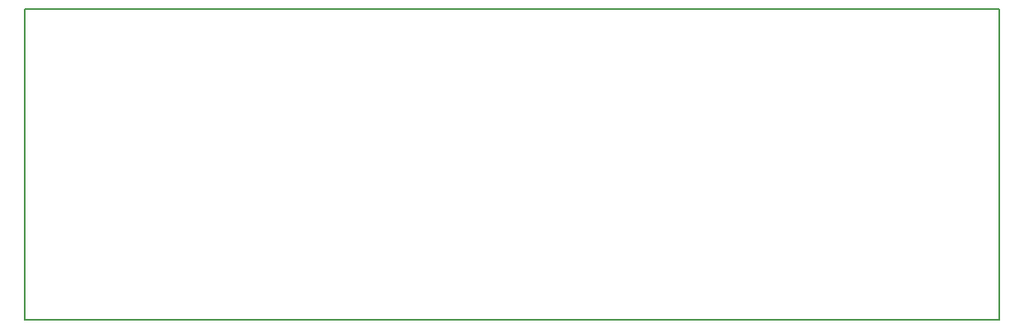
<source format=gko>
G04 #@! TF.FileFunction,Profile,NP*
%FSLAX46Y46*%
G04 Gerber Fmt 4.6, Leading zero omitted, Abs format (unit mm)*
G04 Created by KiCad (PCBNEW 4.0.7-e0-6372~58~ubuntu16.10.1) date Thu Feb  8 12:56:22 2018*
%MOMM*%
%LPD*%
G01*
G04 APERTURE LIST*
%ADD10C,0.100000*%
%ADD11C,0.150000*%
G04 APERTURE END LIST*
D10*
D11*
X100000000Y-32000000D02*
X100000000Y0D01*
X0Y-32000000D02*
X100000000Y-32000000D01*
X0Y0D02*
X0Y-32000000D01*
X100000000Y0D02*
X0Y0D01*
M02*

</source>
